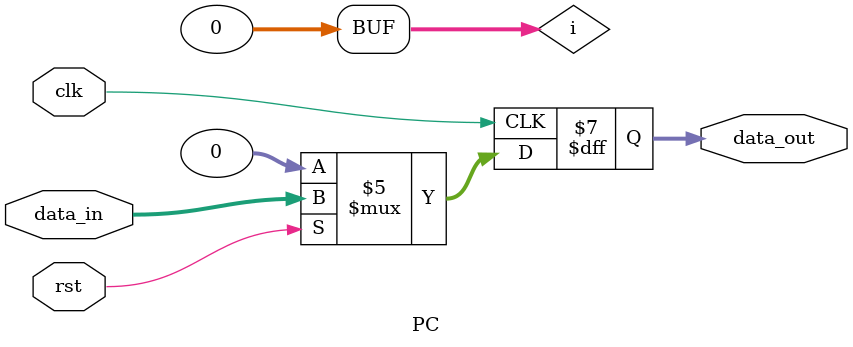
<source format=v>
`timescale 1ns / 1ps


module PC(
    input clk,
    input rst,
    input [31:0] data_in,
    output reg [31:0] data_out
    );
    integer i = 0;
    always@(posedge clk) begin
        if (!rst)
            data_out <= 31'b0;
        else
            data_out <= data_in;
    end
    
endmodule

</source>
